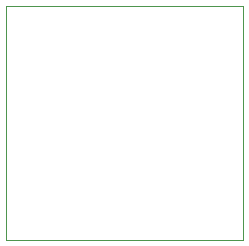
<source format=gbr>
%TF.GenerationSoftware,KiCad,Pcbnew,8.0.3*%
%TF.CreationDate,2024-07-18T23:11:51+02:00*%
%TF.ProjectId,Z570M_patice,5a353730-4d5f-4706-9174-6963652e6b69,rev?*%
%TF.SameCoordinates,Original*%
%TF.FileFunction,Profile,NP*%
%FSLAX46Y46*%
G04 Gerber Fmt 4.6, Leading zero omitted, Abs format (unit mm)*
G04 Created by KiCad (PCBNEW 8.0.3) date 2024-07-18 23:11:51*
%MOMM*%
%LPD*%
G01*
G04 APERTURE LIST*
%TA.AperFunction,Profile*%
%ADD10C,0.050000*%
%TD*%
G04 APERTURE END LIST*
D10*
X145000000Y-90150000D02*
X165050000Y-90150000D01*
X165050000Y-109950000D01*
X145000000Y-109950000D01*
X145000000Y-90150000D01*
M02*

</source>
